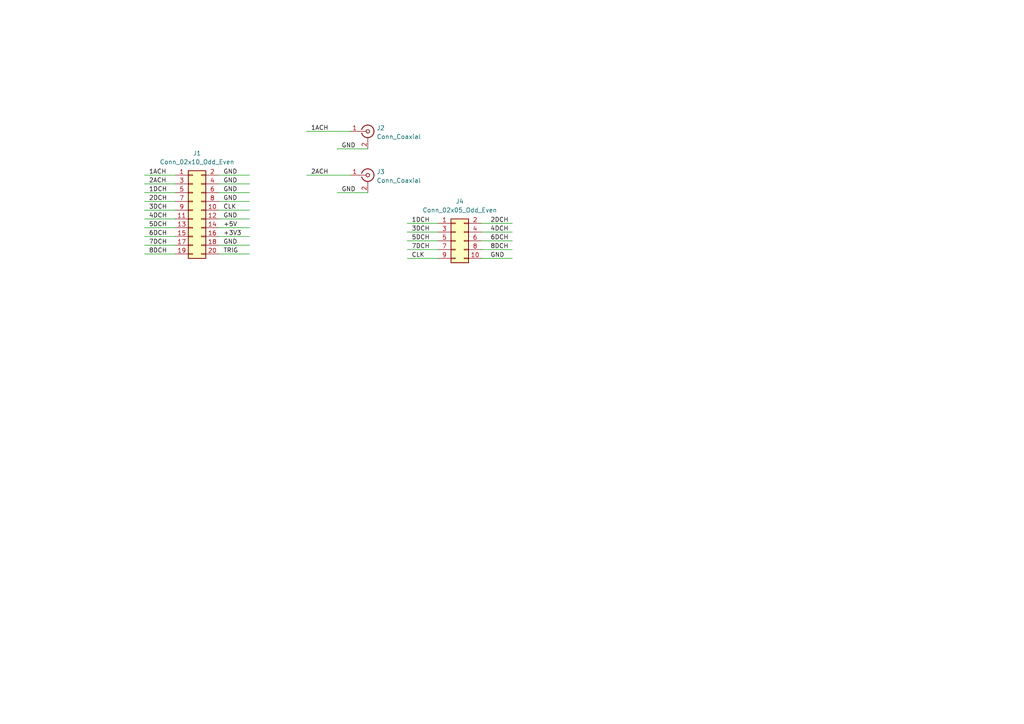
<source format=kicad_sch>
(kicad_sch (version 20211123) (generator eeschema)
  (paper "A4")
  (lib_symbols
    (symbol "Connector:Conn_Coaxial" (pin_names (offset 1.016) hide)
      (property "Reference" "J" (at 0.254 3.048 0))
      (property "Value" "Conn_Coaxial" (at 2.921 0 90))
      (symbol "Conn_Coaxial_0_1"
        (arc (start -1.778 -0.508) (mid 0.2311 -1.8066) (end 1.778 0) (stroke (width 0.254)))
        (polyline (pts (xy -2.54 0) (xy -0.508 0)))
        (polyline (pts (xy 0 -2.54) (xy 0 -1.778)))
        (circle (center 0 0) (radius 0.508) (stroke (width 0.2032)))
        (arc (start 1.778 0) (mid 0.2099 1.8101) (end -1.778 0.508) (stroke (width 0.254)))
      )
      (symbol "Conn_Coaxial_1_1"
        (pin passive line (at -5.08 0 0) (length 2.54) (name "In") (number "1"))
        (pin passive line (at 0 -5.08 90) (length 2.54) (name "Ext") (number "2"))
      )
    )
    (symbol "Connector_Generic:Conn_02x05_Odd_Even" (pin_names (offset 1.016) hide)
      (property "Reference" "J" (at 1.27 7.62 0))
      (property "Value" "Conn_02x05_Odd_Even" (at 1.27 -7.62 0))
      (symbol "Conn_02x05_Odd_Even_1_1"
        (rectangle (start -1.27 -4.953) (end 0 -5.207) (stroke (width 0.1524)))
        (rectangle (start -1.27 -2.413) (end 0 -2.667) (stroke (width 0.1524)))
        (rectangle (start -1.27 0.127) (end 0 -0.127) (stroke (width 0.1524)))
        (rectangle (start -1.27 2.667) (end 0 2.413) (stroke (width 0.1524)))
        (rectangle (start -1.27 5.207) (end 0 4.953) (stroke (width 0.1524)))
        (rectangle (start -1.27 6.35) (end 3.81 -6.35) (stroke (width 0.254)) (fill (type background)))
        (rectangle (start 3.81 -4.953) (end 2.54 -5.207) (stroke (width 0.1524)))
        (rectangle (start 3.81 -2.413) (end 2.54 -2.667) (stroke (width 0.1524)))
        (rectangle (start 3.81 0.127) (end 2.54 -0.127) (stroke (width 0.1524)))
        (rectangle (start 3.81 2.667) (end 2.54 2.413) (stroke (width 0.1524)))
        (rectangle (start 3.81 5.207) (end 2.54 4.953) (stroke (width 0.1524)))
        (pin passive line (at -5.08 5.08 0) (length 3.81) (name "Pin_1") (number "1"))
        (pin passive line (at 7.62 -5.08 180) (length 3.81) (name "Pin_10") (number "10"))
        (pin passive line (at 7.62 5.08 180) (length 3.81) (name "Pin_2") (number "2"))
        (pin passive line (at -5.08 2.54 0) (length 3.81) (name "Pin_3") (number "3"))
        (pin passive line (at 7.62 2.54 180) (length 3.81) (name "Pin_4") (number "4"))
        (pin passive line (at -5.08 0 0) (length 3.81) (name "Pin_5") (number "5"))
        (pin passive line (at 7.62 0 180) (length 3.81) (name "Pin_6") (number "6"))
        (pin passive line (at -5.08 -2.54 0) (length 3.81) (name "Pin_7") (number "7"))
        (pin passive line (at 7.62 -2.54 180) (length 3.81) (name "Pin_8") (number "8"))
        (pin passive line (at -5.08 -5.08 0) (length 3.81) (name "Pin_9") (number "9"))
      )
    )
    (symbol "Connector_Generic:Conn_02x10_Odd_Even" (pin_names (offset 1.016) hide)
      (property "Reference" "J" (at 1.27 12.7 0))
      (property "Value" "Conn_02x10_Odd_Even" (at 1.27 -15.24 0))
      (symbol "Conn_02x10_Odd_Even_1_1"
        (rectangle (start -1.27 -12.573) (end 0 -12.827) (stroke (width 0.1524)))
        (rectangle (start -1.27 -10.033) (end 0 -10.287) (stroke (width 0.1524)))
        (rectangle (start -1.27 -7.493) (end 0 -7.747) (stroke (width 0.1524)))
        (rectangle (start -1.27 -4.953) (end 0 -5.207) (stroke (width 0.1524)))
        (rectangle (start -1.27 -2.413) (end 0 -2.667) (stroke (width 0.1524)))
        (rectangle (start -1.27 0.127) (end 0 -0.127) (stroke (width 0.1524)))
        (rectangle (start -1.27 2.667) (end 0 2.413) (stroke (width 0.1524)))
        (rectangle (start -1.27 5.207) (end 0 4.953) (stroke (width 0.1524)))
        (rectangle (start -1.27 7.747) (end 0 7.493) (stroke (width 0.1524)))
        (rectangle (start -1.27 10.287) (end 0 10.033) (stroke (width 0.1524)))
        (rectangle (start -1.27 11.43) (end 3.81 -13.97) (stroke (width 0.254)) (fill (type background)))
        (rectangle (start 3.81 -12.573) (end 2.54 -12.827) (stroke (width 0.1524)))
        (rectangle (start 3.81 -10.033) (end 2.54 -10.287) (stroke (width 0.1524)))
        (rectangle (start 3.81 -7.493) (end 2.54 -7.747) (stroke (width 0.1524)))
        (rectangle (start 3.81 -4.953) (end 2.54 -5.207) (stroke (width 0.1524)))
        (rectangle (start 3.81 -2.413) (end 2.54 -2.667) (stroke (width 0.1524)))
        (rectangle (start 3.81 0.127) (end 2.54 -0.127) (stroke (width 0.1524)))
        (rectangle (start 3.81 2.667) (end 2.54 2.413) (stroke (width 0.1524)))
        (rectangle (start 3.81 5.207) (end 2.54 4.953) (stroke (width 0.1524)))
        (rectangle (start 3.81 7.747) (end 2.54 7.493) (stroke (width 0.1524)))
        (rectangle (start 3.81 10.287) (end 2.54 10.033) (stroke (width 0.1524)))
        (pin passive line (at -5.08 10.16 0) (length 3.81) (name "Pin_1") (number "1"))
        (pin passive line (at 7.62 0 180) (length 3.81) (name "Pin_10") (number "10"))
        (pin passive line (at -5.08 -2.54 0) (length 3.81) (name "Pin_11") (number "11"))
        (pin passive line (at 7.62 -2.54 180) (length 3.81) (name "Pin_12") (number "12"))
        (pin passive line (at -5.08 -5.08 0) (length 3.81) (name "Pin_13") (number "13"))
        (pin passive line (at 7.62 -5.08 180) (length 3.81) (name "Pin_14") (number "14"))
        (pin passive line (at -5.08 -7.62 0) (length 3.81) (name "Pin_15") (number "15"))
        (pin passive line (at 7.62 -7.62 180) (length 3.81) (name "Pin_16") (number "16"))
        (pin passive line (at -5.08 -10.16 0) (length 3.81) (name "Pin_17") (number "17"))
        (pin passive line (at 7.62 -10.16 180) (length 3.81) (name "Pin_18") (number "18"))
        (pin passive line (at -5.08 -12.7 0) (length 3.81) (name "Pin_19") (number "19"))
        (pin passive line (at 7.62 10.16 180) (length 3.81) (name "Pin_2") (number "2"))
        (pin passive line (at 7.62 -12.7 180) (length 3.81) (name "Pin_20") (number "20"))
        (pin passive line (at -5.08 7.62 0) (length 3.81) (name "Pin_3") (number "3"))
        (pin passive line (at 7.62 7.62 180) (length 3.81) (name "Pin_4") (number "4"))
        (pin passive line (at -5.08 5.08 0) (length 3.81) (name "Pin_5") (number "5"))
        (pin passive line (at 7.62 5.08 180) (length 3.81) (name "Pin_6") (number "6"))
        (pin passive line (at -5.08 2.54 0) (length 3.81) (name "Pin_7") (number "7"))
        (pin passive line (at 7.62 2.54 180) (length 3.81) (name "Pin_8") (number "8"))
        (pin passive line (at -5.08 0 0) (length 3.81) (name "Pin_9") (number "9"))
      )
    )
  )
  (wire (pts (xy 97.79 43.18) (xy 106.68 43.18)))
  (wire (pts (xy 41.91 53.34) (xy 50.8 53.34)))
  (wire (pts (xy 97.79 55.88) (xy 106.68 55.88)))
  (wire (pts (xy 41.91 58.42) (xy 50.8 58.42)))
  (wire (pts (xy 63.5 60.96) (xy 72.39 60.96)))
  (wire (pts (xy 118.11 72.39) (xy 127 72.39)))
  (wire (pts (xy 139.7 74.93) (xy 148.59 74.93)))
  (wire (pts (xy 63.5 53.34) (xy 72.39 53.34)))
  (wire (pts (xy 139.7 72.39) (xy 148.59 72.39)))
  (wire (pts (xy 118.11 67.31) (xy 127 67.31)))
  (wire (pts (xy 41.91 50.8) (xy 50.8 50.8)))
  (wire (pts (xy 139.7 69.85) (xy 148.59 69.85)))
  (wire (pts (xy 41.91 71.12) (xy 50.8 71.12)))
  (wire (pts (xy 41.91 55.88) (xy 50.8 55.88)))
  (wire (pts (xy 88.9 50.8) (xy 101.6 50.8)))
  (wire (pts (xy 139.7 64.77) (xy 148.59 64.77)))
  (wire (pts (xy 41.91 73.66) (xy 50.8 73.66)))
  (wire (pts (xy 41.91 68.58) (xy 50.8 68.58)))
  (wire (pts (xy 41.91 60.96) (xy 50.8 60.96)))
  (wire (pts (xy 118.11 64.77) (xy 127 64.77)))
  (wire (pts (xy 63.5 71.12) (xy 72.39 71.12)))
  (wire (pts (xy 63.5 55.88) (xy 72.39 55.88)))
  (wire (pts (xy 63.5 63.5) (xy 72.39 63.5)))
  (wire (pts (xy 41.91 63.5) (xy 50.8 63.5)))
  (wire (pts (xy 63.5 68.58) (xy 72.39 68.58)))
  (wire (pts (xy 63.5 50.8) (xy 72.39 50.8)))
  (wire (pts (xy 88.9 38.1) (xy 101.6 38.1)))
  (wire (pts (xy 63.5 66.04) (xy 72.39 66.04)))
  (wire (pts (xy 118.11 69.85) (xy 127 69.85)))
  (wire (pts (xy 63.5 73.66) (xy 72.39 73.66)))
  (wire (pts (xy 139.7 67.31) (xy 148.59 67.31)))
  (wire (pts (xy 118.11 74.93) (xy 127 74.93)))
  (wire (pts (xy 41.91 66.04) (xy 50.8 66.04)))
  (wire (pts (xy 63.5 58.42) (xy 72.39 58.42)))
  (label "+5V" (at 64.77 66.04 0))
  (label "6DCH" (at 43.18 68.58 0))
  (label "4DCH" (at 142.24 67.31 0))
  (label "3DCH" (at 43.18 60.96 0))
  (label "2ACH" (at 90.17 50.8 0))
  (label "8DCH" (at 43.18 73.66 0))
  (label "5DCH" (at 43.18 66.04 0))
  (label "4DCH" (at 43.18 63.5 0))
  (label "GND" (at 64.77 55.88 0))
  (label "7DCH" (at 43.18 71.12 0))
  (label "TRIG" (at 64.77 73.66 0))
  (label "2DCH" (at 142.24 64.77 0))
  (label "GND" (at 99.06 55.88 0))
  (label "5DCH" (at 119.38 69.85 0))
  (label "CLK" (at 64.77 60.96 0))
  (label "GND" (at 64.77 53.34 0))
  (label "2ACH" (at 43.18 53.34 0))
  (label "8DCH" (at 142.24 72.39 0))
  (label "1ACH" (at 90.17 38.1 0))
  (label "GND" (at 99.06 43.18 0))
  (label "2DCH" (at 43.18 58.42 0))
  (label "GND" (at 64.77 71.12 0))
  (label "7DCH" (at 119.38 72.39 0))
  (label "1DCH" (at 43.18 55.88 0))
  (label "1DCH" (at 119.38 64.77 0))
  (label "GND" (at 142.24 74.93 0))
  (label "GND" (at 64.77 50.8 0))
  (label "CLK" (at 119.38 74.93 0))
  (label "6DCH" (at 142.24 69.85 0))
  (label "GND" (at 64.77 63.5 0))
  (label "GND" (at 64.77 58.42 0))
  (label "1ACH" (at 43.18 50.8 0))
  (label "3DCH" (at 119.38 67.31 0))
  (label "+3V3" (at 64.77 68.58 0))
  (symbol (lib_id "Connector_Generic:Conn_02x10_Odd_Even") (at 55.88 60.96 0) (unit 1)
    (property "Reference" "J1" (at 57.15 44.45 0))
    (property "Value" "Conn_02x10_Odd_Even" (at 57.15 46.99 0))
    (property "Footprint" "Connector_PinHeader_2.54mm:PinHeader_2x10_P2.54mm_Horizontal" (effects hide))
  )
  (symbol (lib_id "Connector_Generic:Conn_02x05_Odd_Even") (at 132.08 69.85 0) (unit 1)
    (property "Reference" "J4" (at 133.35 58.42 0))
    (property "Value" "Conn_02x05_Odd_Even" (at 133.35 60.96 0))
    (property "Footprint" "Connector_PinHeader_2.54mm:PinHeader_2x05_P2.54mm_Vertical" (effects hide))
  )
  (symbol (lib_id "Connector:Conn_Coaxial") (at 106.68 50.8 0) (unit 1)
    (property "Reference" "J3" (at 109.22 49.8231 0) (effects (justify left)))
    (property "Value" "Conn_Coaxial" (at 109.22 52.3631 0) (effects (justify left)))
    (property "Footprint" "Connector_Coaxial:BNC_TEConnectivity_1478035_Horizontal" (effects hide))
    (property "Datasheet" " ~" (effects hide))
  )
  (symbol (lib_id "Connector:Conn_Coaxial") (at 106.68 38.1 0) (unit 1)
    (property "Reference" "J2" (at 109.22 37.1231 0) (effects (justify left)))
    (property "Value" "Conn_Coaxial" (at 109.22 39.6631 0) (effects (justify left)))
    (property "Footprint" "Connector_Coaxial:BNC_TEConnectivity_1478035_Horizontal" (effects hide))
    (property "Datasheet" " ~" (effects hide))
  )
)
</source>
